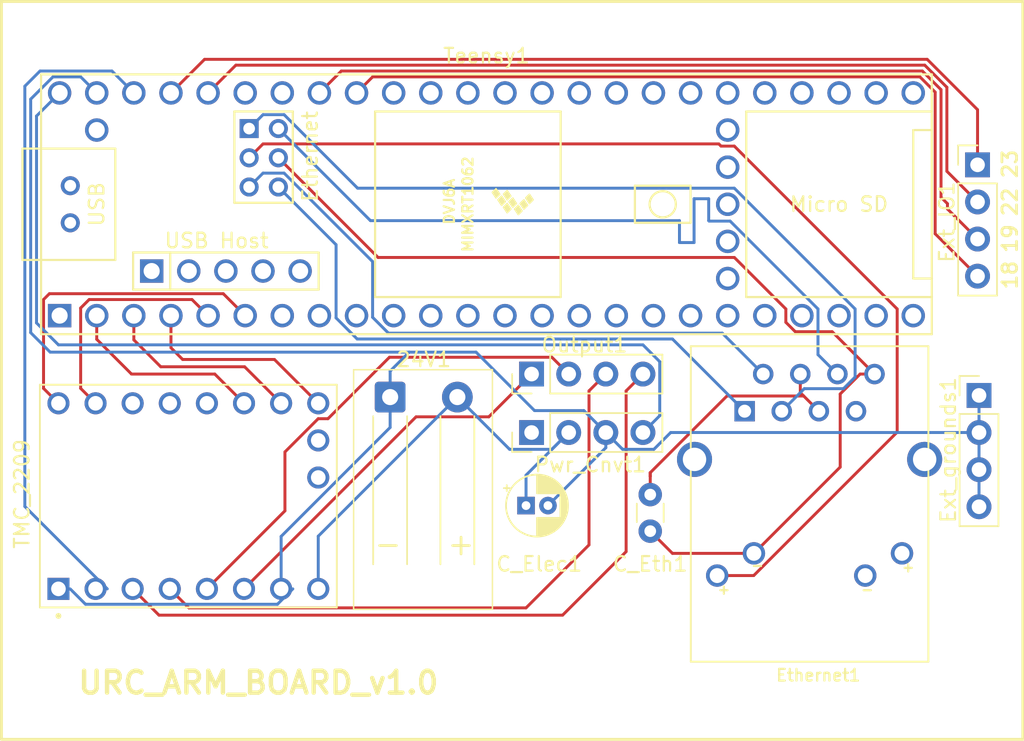
<source format=kicad_pcb>
(kicad_pcb (version 20240108) (generator "pcbnew") (generator_version "8.0")
  (title_block (title "Arm_Board_PCB") (date "2024-04-28") (company "RoboNav"))
  (layers (0 "F.Cu" signal) (31 "B.Cu" power) (34 "B.Paste" user) (35 "F.Paste" user) (36 "B.SilkS" user "B.Silkscreen") (37 "F.SilkS" user "F.Silkscreen") (38 "B.Mask" user) (39 "F.Mask" user) (44 "Edge.Cuts" user))
  (net 0 "")
  (net 1 "Net-(Ethernet1-CTR)")
  (net 2 "Net-(Ethernet1-GND)")
  (net 4 "Net-(Ethernet1-RD-)")
  (net 6 "Net-(Ethernet1-RD+)")
  (net 7 "Net-(Ethernet1-TD+)")
  (net 8 "Net-(Ethernet1-LA)")
  (net 11 "Net-(Ethernet1-TD-)")
  (net 13 "Net-(Pwr_Cnvt1-Vout)")
  (net 30 "Net-(TMC_2209-STEP)")
  (net 45 "Net-(TMC_2209-MS2)")
  (net 47 "Net-(TMC_2209-~{EN})")
  (net 50 "Net-(TMC_2209-MS1)")
  (net 55 "Net-(TMC_2209-DIR)")
  (net 57 "Net-(TMC_2209-VIO)")
  (net 74 "Net-(24V1-Pin_2)")
  (net 75 "Net-(24V1-Pin_1)")
  (net 76 "Net-(Ext_IO1-Pin_1)")
  (net 77 "Net-(Ext_IO1-Pin_3)")
  (net 78 "Net-(Ext_IO1-Pin_2)")
  (net 79 "Net-(Ext_IO1-Pin_4)")
  (net 80 "Net-(Output1-Pin_3)")
  (net 81 "Net-(Output1-Pin_1)")
  (net 82 "Net-(Output1-Pin_4)")
  (net 83 "Net-(Output1-Pin_2)")
  (footprint "Connector_Wire:SolderWire-0.5sqmm_1x02_P4.6mm_D0.9mm_OD2.1mm_Relief" (layer "F.Cu") (at 98.7 94.075)
    (property "Reference" "24V1" (at 2.3 -2.575 0) (layer "F.SilkS"))
    (property "Value" "24V" (hide yes))
    (fp_line (start -1.16 1.31) (end -1.16 11.44) (stroke (width 0.12)) (layer "F.SilkS"))
    (fp_line (start 1.16 1.31) (end 1.16 11.44) (stroke (width 0.12)) (layer "F.SilkS"))
    (fp_line (start 3.44 1.31) (end 3.44 11.44) (stroke (width 0.12)) (layer "F.SilkS"))
    (fp_line (start 5.76 1.31) (end 5.76 11.44) (stroke (width 0.12)) (layer "F.SilkS"))
    (pad "" np_thru_hole circle (at 0 12.6) (size 2 2) (drill 2) (layers "F&B.Cu" "*.Mask"))
    (pad "" np_thru_hole circle (at 4.6 12.6) (size 2 2) (drill 2) (layers "F&B.Cu" "*.Mask"))
    (pad "1" thru_hole roundrect (at 0 0) (size 2.1 2.1) (drill 1.1) (layers "*.Cu" "*.Mask") (roundrect_rratio 0.1190480952) (net 75 "Net-(24V1-Pin_1)"))
    (pad "2" thru_hole circle (at 4.6 0) (size 2.1 2.1) (drill 1.1) (layers "*.Cu" "*.Mask") (net 74 "Net-(24V1-Pin_2)"))
  )
  (footprint "" (layer "F.Cu") (at 138.5 69)
    (property "Reference" "" (at 0 0 0) (layer "F.SilkS") (effects (font (size 1.27 1.27))))
    (property "Value" "")
    (pad "" np_thru_hole circle (at 0 0) (size 2.2 2.2) (drill 2.2) (layers "F&B.Cu" "*.Mask"))
  )
  (footprint "Capacitor_THT:CP_Radial_D4.0mm_P1.50mm" (layer "F.Cu") (at 108 101.5)
    (property "Reference" "C_Elec1" (at 0.9 4 0) (layer "F.SilkS"))
    (property "Value" "C_Large")
    (fp_line (start -1.519801 -1.195) (end -1.119801 -1.195) (stroke (width 0.12)) (layer "F.SilkS"))
    (fp_line (start -1.319801 -1.395) (end -1.319801 -0.995) (stroke (width 0.12)) (layer "F.SilkS"))
    (fp_line (start 0.75 -2.08) (end 0.75 -0.84) (stroke (width 0.12)) (layer "F.SilkS"))
    (fp_line (start 0.75 0.84) (end 0.75 2.08) (stroke (width 0.12)) (layer "F.SilkS"))
    (fp_line (start 0.79 -2.08) (end 0.79 -0.84) (stroke (width 0.12)) (layer "F.SilkS"))
    (fp_line (start 0.79 0.84) (end 0.79 2.08) (stroke (width 0.12)) (layer "F.SilkS"))
    (fp_line (start 0.83 -2.079) (end 0.83 -0.84) (stroke (width 0.12)) (layer "F.SilkS"))
    (fp_line (start 0.83 0.84) (end 0.83 2.079) (stroke (width 0.12)) (layer "F.SilkS"))
    (fp_line (start 0.87 -2.077) (end 0.87 -0.84) (stroke (width 0.12)) (layer "F.SilkS"))
    (fp_line (start 0.87 0.84) (end 0.87 2.077) (stroke (width 0.12)) (layer "F.SilkS"))
    (fp_line (start 0.91 -2.074) (end 0.91 -0.84) (stroke (width 0.12)) (layer "F.SilkS"))
    (fp_line (start 0.91 0.84) (end 0.91 2.074) (stroke (width 0.12)) (layer "F.SilkS"))
    (fp_line (start 0.95 -2.071) (end 0.95 -0.84) (stroke (width 0.12)) (layer "F.SilkS"))
    (fp_line (start 0.95 0.84) (end 0.95 2.071) (stroke (width 0.12)) (layer "F.SilkS"))
    (fp_line (start 0.99 -2.067) (end 0.99 -0.84) (stroke (width 0.12)) (layer "F.SilkS"))
    (fp_line (start 0.99 0.84) (end 0.99 2.067) (stroke (width 0.12)) (layer "F.SilkS"))
    (fp_line (start 1.03 -2.062) (end 1.03 -0.84) (stroke (width 0.12)) (layer "F.SilkS"))
    (fp_line (start 1.03 0.84) (end 1.03 2.062) (stroke (width 0.12)) (layer "F.SilkS"))
    (fp_line (start 1.07 -2.056) (end 1.07 -0.84) (stroke (width 0.12)) (layer "F.SilkS"))
    (fp_line (start 1.07 0.84) (end 1.07 2.056) (stroke (width 0.12)) (layer "F.SilkS"))
    (fp_line (start 1.11 -2.05) (end 1.11 -0.84) (stroke (width 0.12)) (layer "F.SilkS"))
    (fp_line (start 1.11 0.84) (end 1.11 2.05) (stroke (width 0.12)) (layer "F.SilkS"))
    (fp_line (start 1.15 -2.042) (end 1.15 -0.84) (stroke (width 0.12)) (layer "F.SilkS"))
    (fp_line (start 1.15 0.84) (end 1.15 2.042) (stroke (width 0.12)) (layer "F.SilkS"))
    (fp_line (start 1.19 -2.034) (end 1.19 -0.84) (stroke (width 0.12)) (layer "F.SilkS"))
    (fp_line (start 1.19 0.84) (end 1.19 2.034) (stroke (width 0.12)) (layer "F.SilkS"))
    (fp_line (start 1.23 -2.025) (end 1.23 -0.84) (stroke (width 0.12)) (layer "F.SilkS"))
    (fp_line (start 1.23 0.84) (end 1.23 2.025) (stroke (width 0.12)) (layer "F.SilkS"))
    (fp_line (start 1.27 -2.016) (end 1.27 -0.84) (stroke (width 0.12)) (layer "F.SilkS"))
    (fp_line (start 1.27 0.84) (end 1.27 2.016) (stroke (width 0.12)) (layer "F.SilkS"))
    (fp_line (start 1.31 -2.005) (end 1.31 -0.84) (stroke (width 0.12)) (layer "F.SilkS"))
    (fp_line (start 1.31 0.84) (end 1.31 2.005) (stroke (width 0.12)) (layer "F.SilkS"))
    (fp_line (start 1.35 -1.994) (end 1.35 -0.84) (stroke (width 0.12)) (layer "F.SilkS"))
    (fp_line (start 1.35 0.84) (end 1.35 1.994) (stroke (width 0.12)) (layer "F.SilkS"))
    (fp_line (start 1.39 -1.982) (end 1.39 -0.84) (stroke (width 0.12)) (layer "F.SilkS"))
    (fp_line (start 1.39 0.84) (end 1.39 1.982) (stroke (width 0.12)) (layer "F.SilkS"))
    (fp_line (start 1.43 -1.968) (end 1.43 -0.84) (stroke (width 0.12)) (layer "F.SilkS"))
    (fp_line (start 1.43 0.84) (end 1.43 1.968) (stroke (width 0.12)) (layer "F.SilkS"))
    (fp_line (start 1.471 -1.954) (end 1.471 -0.84) (stroke (width 0.12)) (layer "F.SilkS"))
    (fp_line (start 1.471 0.84) (end 1.471 1.954) (stroke (width 0.12)) (layer "F.SilkS"))
    (fp_line (start 1.511 -1.94) (end 1.511 -0.84) (stroke (width 0.12)) (layer "F.SilkS"))
    (fp_line (start 1.511 0.84) (end 1.511 1.94) (stroke (width 0.12)) (layer "F.SilkS"))
    (fp_line (start 1.551 -1.924) (end 1.551 -0.84) (stroke (width 0.12)) (layer "F.SilkS"))
    (fp_line (start 1.551 0.84) (end 1.551 1.924) (stroke (width 0.12)) (layer "F.SilkS"))
    (fp_line (start 1.591 -1.907) (end 1.591 -0.84) (stroke (width 0.12)) (layer "F.SilkS"))
    (fp_line (start 1.591 0.84) (end 1.591 1.907) (stroke (width 0.12)) (layer "F.SilkS"))
    (fp_line (start 1.631 -1.889) (end 1.631 -0.84) (stroke (width 0.12)) (layer "F.SilkS"))
    (fp_line (start 1.631 0.84) (end 1.631 1.889) (stroke (width 0.12)) (layer "F.SilkS"))
    (fp_line (start 1.671 -1.87) (end 1.671 -0.84) (stroke (width 0.12)) (layer "F.SilkS"))
    (fp_line (start 1.671 0.84) (end 1.671 1.87) (stroke (width 0.12)) (layer "F.SilkS"))
    (fp_line (start 1.711 -1.851) (end 1.711 -0.84) (stroke (width 0.12)) (layer "F.SilkS"))
    (fp_line (start 1.711 0.84) (end 1.711 1.851) (stroke (width 0.12)) (layer "F.SilkS"))
    (fp_line (start 1.751 -1.83) (end 1.751 -0.84) (stroke (width 0.12)) (layer "F.SilkS"))
    (fp_line (start 1.751 0.84) (end 1.751 1.83) (stroke (width 0.12)) (layer "F.SilkS"))
    (fp_line (start 1.791 -1.808) (end 1.791 -0.84) (stroke (width 0.12)) (layer "F.SilkS"))
    (fp_line (start 1.791 0.84) (end 1.791 1.808) (stroke (width 0.12)) (layer "F.SilkS"))
    (fp_line (start 1.831 -1.785) (end 1.831 -0.84) (stroke (width 0.12)) (layer "F.SilkS"))
    (fp_line (start 1.831 0.84) (end 1.831 1.785) (stroke (width 0.12)) (layer "F.SilkS"))
    (fp_line (start 1.871 -1.76) (end 1.871 -0.84) (stroke (width 0.12)) (layer "F.SilkS"))
    (fp_line (start 1.871 0.84) (end 1.871 1.76) (stroke (width 0.12)) (layer "F.SilkS"))
    (fp_line (start 1.911 -1.735) (end 1.911 -0.84) (stroke (width 0.12)) (layer "F.SilkS"))
    (fp_line (start 1.911 0.84) (end 1.911 1.735) (stroke (width 0.12)) (layer "F.SilkS"))
    (fp_line (start 1.951 -1.708) (end 1.951 -0.84) (stroke (width 0.12)) (layer "F.SilkS"))
    (fp_line (start 1.951 0.84) (end 1.951 1.708) (stroke (width 0.12)) (layer "F.SilkS"))
    (fp_line (start 1.991 -1.68) (end 1.991 -0.84) (stroke (width 0.12)) (layer "F.SilkS"))
    (fp_line (start 1.991 0.84) (end 1.991 1.68) (stroke (width 0.12)) (layer "F.SilkS"))
    (fp_line (start 2.031 -1.65) (end 2.031 -0.84) (stroke (width 0.12)) (layer "F.SilkS"))
    (fp_line (start 2.031 0.84) (end 2.031 1.65) (stroke (width 0.12)) (layer "F.SilkS"))
    (fp_line (start 2.071 -1.619) (end 2.071 -0.84) (stroke (width 0.12)) (layer "F.SilkS"))
    (fp_line (start 2.071 0.84) (end 2.071 1.619) (stroke (width 0.12)) (layer "F.SilkS"))
    (fp_line (start 2.111 -1.587) (end 2.111 -0.84) (stroke (width 0.12)) (layer "F.SilkS"))
    (fp_line (start 2.111 0.84) (end 2.111 1.587) (stroke (width 0.12)) (layer "F.SilkS"))
    (fp_line (start 2.151 -1.552) (end 2.151 -0.84) (stroke (width 0.12)) (layer "F.SilkS"))
    (fp_line (start 2.151 0.84) (end 2.151 1.552) (stroke (width 0.12)) (layer "F.SilkS"))
    (fp_line (start 2.191 -1.516) (end 2.191 -0.84) (stroke (width 0.12)) (layer "F.SilkS"))
    (fp_line (start 2.191 0.84) (end 2.191 1.516) (stroke (width 0.12)) (layer "F.SilkS"))
    (fp_line (start 2.231 -1.478) (end 2.231 -0.84) (stroke (width 0.12)) (layer "F.SilkS"))
    (fp_line (start 2.231 0.84) (end 2.231 1.478) (stroke (width 0.12)) (layer "F.SilkS"))
    (fp_line (start 2.271 -1.438) (end 2.271 -0.84) (stroke (width 0.12)) (layer "F.SilkS"))
    (fp_line (start 2.271 0.84) (end 2.271 1.438) (stroke (width 0.12)) (layer "F.SilkS"))
    (fp_line (start 2.311 -1.396) (end 2.311 -0.84) (stroke (width 0.12)) (layer "F.SilkS"))
    (fp_line (start 2.311 0.84) (end 2.311 1.396) (stroke (width 0.12)) (layer "F.SilkS"))
    (fp_line (start 2.351 -1.351) (end 2.351 1.351) (stroke (width 0.12)) (layer "F.SilkS"))
    (fp_line (start 2.391 -1.304) (end 2.391 1.304) (stroke (width 0.12)) (layer "F.SilkS"))
    (fp_line (start 2.431 -1.254) (end 2.431 1.254) (stroke (width 0.12)) (layer "F.SilkS"))
    (fp_line (start 2.471 -1.2) (end 2.471 1.2) (stroke (width 0.12)) (layer "F.SilkS"))
    (fp_line (start 2.511 -1.142) (end 2.511 1.142) (stroke (width 0.12)) (layer "F.SilkS"))
    (fp_line (start 2.551 -1.08) (end 2.551 1.08) (stroke (width 0.12)) (layer "F.SilkS"))
    (fp_line (start 2.591 -1.013) (end 2.591 1.013) (stroke (width 0.12)) (layer "F.SilkS"))
    (fp_line (start 2.631 -0.94) (end 2.631 0.94) (stroke (width 0.12)) (layer "F.SilkS"))
    (fp_line (start 2.671 -0.859) (end 2.671 0.859) (stroke (width 0.12)) (layer "F.SilkS"))
    (fp_line (start 2.711 -0.768) (end 2.711 0.768) (stroke (width 0.12)) (layer "F.SilkS"))
    (fp_line (start 2.751 -0.664) (end 2.751 0.664) (stroke (width 0.12)) (layer "F.SilkS"))
    (fp_line (start 2.791 -0.537) (end 2.791 0.537) (stroke (width 0.12)) (layer "F.SilkS"))
    (fp_line (start 2.831 -0.37) (end 2.831 0.37) (stroke (width 0.12)) (layer "F.SilkS"))
    (fp_circle (center 0.75 0) (end 2.87 0) (stroke (width 0.12)) (fill none) (layer "F.SilkS"))
    (pad "1" thru_hole rect (at 0 0) (size 1.2 1.2) (drill 0.6) (layers "*.Cu" "*.Mask") (net 74 "Net-(24V1-Pin_2)"))
    (pad "2" thru_hole circle (at 1.5 0) (size 1.2 1.2) (drill 0.6) (layers "*.Cu" "*.Mask") (net 75 "Net-(24V1-Pin_1)"))
  )
  (footprint "Capacitor_THT:C_Disc_D3.0mm_W1.6mm_P2.50mm" (layer "F.Cu") (at 116.5 100.75 -90)
    (property "Reference" "C_Eth1" (at 4.75 0 180) (layer "F.SilkS"))
    (property "Value" "C_Small")
    (fp_line (start 0.621 0.92) (end 1.879 0.92) (stroke (width 0.12)) (layer "F.SilkS"))
    (fp_line (start 0.621 -0.92) (end 1.879 -0.92) (stroke (width 0.12)) (layer "F.SilkS"))
    (pad "1" thru_hole circle (at 0 0 270) (size 1.6 1.6) (drill 0.8) (layers "*.Cu" "*.Mask") (net 1 "Net-(Ethernet1-CTR)"))
    (pad "2" thru_hole circle (at 2.5 0 270) (size 1.6 1.6) (drill 0.8) (layers "*.Cu" "*.Mask") (net 2 "Net-(Ethernet1-GND)"))
  )
  (footprint "Connector_PinHeader_2.54mm:PinHeader_1x04_P2.54mm_Vertical" (layer "F.Cu") (at 108.38 96.5 90)
    (property "Reference" "Pwr_Cnvt1" (at -2.2 4.02 180) (layer "F.SilkS"))
    (property "Value" "PololuD24V5F5")
    (fp_line (start -1.33 -1.33) (end 0 -1.33) (stroke (width 0.12)) (layer "F.SilkS"))
    (fp_line (start -1.33 0) (end -1.33 -1.33) (stroke (width 0.12)) (layer "F.SilkS"))
    (fp_line (start 1.33 1.27) (end 1.33 8.95) (stroke (width 0.12)) (layer "F.SilkS"))
    (fp_line (start -1.33 1.27) (end 1.33 1.27) (stroke (width 0.12)) (layer "F.SilkS"))
    (fp_line (start -1.33 1.27) (end -1.33 8.95) (stroke (width 0.12)) (layer "F.SilkS"))
    (fp_line (start -1.33 8.95) (end 1.33 8.95) (stroke (width 0.12)) (layer "F.SilkS"))
    (pad "1" thru_hole rect (at 0 0 90) (size 1.7 1.7) (drill 1) (layers "*.Cu" "*.Mask"))
    (pad "2" thru_hole oval (at 0 2.54 90) (size 1.7 1.7) (drill 1) (layers "*.Cu" "*.Mask") (net 74 "Net-(24V1-Pin_2)"))
    (pad "3" thru_hole oval (at 0 5.08 90) (size 1.7 1.7) (drill 1) (layers "*.Cu" "*.Mask") (net 75 "Net-(24V1-Pin_1)"))
    (pad "4" thru_hole oval (at 0 7.62 90) (size 1.7 1.7) (drill 1) (layers "*.Cu" "*.Mask") (net 13 "Net-(Pwr_Cnvt1-Vout)"))
  )
  (footprint "" (layer "F.Cu") (at 74.5 114)
    (property "Reference" "" (at 0 0 0) (layer "F.SilkS") (effects (font (size 1.27 1.27))))
    (property "Value" "")
    (pad "" np_thru_hole circle (at 0 0) (size 2.2 2.2) (drill 2.2) (layers "F&B.Cu" "*.Mask"))
  )
  (footprint "Connector_PinHeader_2.54mm:PinHeader_1x04_P2.54mm_Vertical" (layer "F.Cu") (at 108.38 92.5 90)
    (property "Reference" "Output1" (at 2 3.62 180) (layer "F.SilkS"))
    (property "Value" "Output" (hide yes))
    (fp_line (start -1.33 -1.33) (end 0 -1.33) (stroke (width 0.12)) (layer "F.SilkS"))
    (fp_line (start -1.33 0) (end -1.33 -1.33) (stroke (width 0.12)) (layer "F.SilkS"))
    (fp_line (start 1.33 1.27) (end 1.33 8.95) (stroke (width 0.12)) (layer "F.SilkS"))
    (fp_line (start -1.33 1.27) (end 1.33 1.27) (stroke (width 0.12)) (layer "F.SilkS"))
    (fp_line (start -1.33 1.27) (end -1.33 8.95) (stroke (width 0.12)) (layer "F.SilkS"))
    (fp_line (start -1.33 8.95) (end 1.33 8.95) (stroke (width 0.12)) (layer "F.SilkS"))
    (pad "1" thru_hole rect (at 0 0 90) (size 1.7 1.7) (drill 1) (layers "*.Cu" "*.Mask") (net 81 "Net-(Output1-Pin_1)"))
    (pad "2" thru_hole oval (at 0 2.54 90) (size 1.7 1.7) (drill 1) (layers "*.Cu" "*.Mask") (net 83 "Net-(Output1-Pin_2)"))
    (pad "3" thru_hole oval (at 0 5.08 90) (size 1.7 1.7) (drill 1) (layers "*.Cu" "*.Mask") (net 80 "Net-(Output1-Pin_3)"))
    (pad "4" thru_hole oval (at 0 7.62 90) (size 1.7 1.7) (drill 1) (layers "*.Cu" "*.Mask") (net 82 "Net-(Output1-Pin_4)"))
  )
  (footprint "Teensy:Teensy41" (layer "F.Cu") (at 105.29 80.88)
    (property "Reference" "Teensy1" (at 0 -10.16 0) (layer "F.SilkS"))
    (property "Value" "Teensy4.1")
    (fp_line (start -31.75 -3.81) (end -30.48 -3.81) (stroke (width 0.15)) (layer "F.SilkS"))
    (fp_line (start -31.75 3.81) (end -31.75 -3.81) (stroke (width 0.15)) (layer "F.SilkS"))
    (fp_line (start -30.48 -8.89) (end 30.48 -8.89) (stroke (width 0.15)) (layer "F.SilkS"))
    (fp_line (start -30.48 3.81) (end -31.75 3.81) (stroke (width 0.15)) (layer "F.SilkS"))
    (fp_line (start -30.48 8.89) (end -30.48 -8.89) (stroke (width 0.15)) (layer "F.SilkS"))
    (fp_line (start -25.4 -3.81) (end -30.48 -3.81) (stroke (width 0.15)) (layer "F.SilkS"))
    (fp_line (start -25.4 3.81) (end -30.48 3.81) (stroke (width 0.15)) (layer "F.SilkS"))
    (fp_line (start -25.4 3.81) (end -25.4 -3.81) (stroke (width 0.15)) (layer "F.SilkS"))
    (fp_line (start -24.1808 3.2992) (end -21.6408 3.2992) (stroke (width 0.15)) (layer "F.SilkS"))
    (fp_line (start -24.1808 3.2992) (end -11.4808 3.2992) (stroke (width 0.15)) (layer "F.SilkS"))
    (fp_line (start -24.1808 5.8392) (end -24.1808 3.2992) (stroke (width 0.15)) (layer "F.SilkS"))
    (fp_line (start -21.6408 3.2992) (end -21.6408 5.8392) (stroke (width 0.15)) (layer "F.SilkS"))
    (fp_line (start -17.25 -6.3516) (end -17.25 -6.1016) (stroke (width 0.15)) (layer "F.SilkS"))
    (fp_line (start -17.25 -6.1016) (end -17.25 -0.1016) (stroke (width 0.15)) (layer "F.SilkS"))
    (fp_line (start -17.25 -0.1016) (end -13.25 -0.1016) (stroke (width 0.15)) (layer "F.SilkS"))
    (fp_line (start -13.25 -6.3516) (end -17.25 -6.3516) (stroke (width 0.15)) (layer "F.SilkS"))
    (fp_line (start -13.25 -0.1016) (end -13.25 -6.3516) (stroke (width 0.15)) (layer "F.SilkS"))
    (fp_line (start -11.4808 3.2992) (end -11.4808 5.8392) (stroke (width 0.15)) (layer "F.SilkS"))
    (fp_line (start -11.4808 5.8392) (end -24.1808 5.8392) (stroke (width 0.15)) (layer "F.SilkS"))
    (fp_line (start -7.62 -6.35) (end -7.62 6.35) (stroke (width 0.15)) (layer "F.SilkS"))
    (fp_line (start -7.62 6.35) (end 5.08 6.35) (stroke (width 0.15)) (layer "F.SilkS"))
    (fp_line (start 5.08 -6.35) (end -7.62 -6.35) (stroke (width 0.15)) (layer "F.SilkS"))
    (fp_line (start 5.08 6.35) (end 5.08 -6.35) (stroke (width 0.15)) (layer "F.SilkS"))
    (fp_line (start 10.16 -1.27) (end 13.97 -1.27) (stroke (width 0.15)) (layer "F.SilkS"))
    (fp_line (start 10.16 1.27) (end 10.16 -1.27) (stroke (width 0.15)) (layer "F.SilkS"))
    (fp_line (start 13.97 -1.27) (end 13.97 1.27) (stroke (width 0.15)) (layer "F.SilkS"))
    (fp_line (start 13.97 1.27) (end 10.16 1.27) (stroke (width 0.15)) (layer "F.SilkS"))
    (fp_line (start 17.78 -6.35) (end 17.78 6.35) (stroke (width 0.15)) (layer "F.SilkS"))
    (fp_line (start 17.78 6.35) (end 30.48 6.35) (stroke (width 0.15)) (layer "F.SilkS"))
    (fp_line (start 29.21 -5.08) (end 29.21 5.08) (stroke (width 0.15)) (layer "F.SilkS"))
    (fp_line (start 29.21 5.08) (end 30.48 5.08) (stroke (width 0.15)) (layer "F.SilkS"))
    (fp_line (start 30.48 -8.89) (end 30.48 8.89) (stroke (width 0.15)) (layer "F.SilkS"))
    (fp_line (start 30.48 -6.35) (end 17.78 -6.35) (stroke (width 0.15)) (layer "F.SilkS"))
    (fp_line (start 30.48 -5.08) (end 29.21 -5.08) (stroke (width 0.15)) (layer "F.SilkS"))
    (fp_line (start 30.48 8.89) (end -30.48 8.89) (stroke (width 0.15)) (layer "F.SilkS"))
    (fp_circle (center 12.065 0) (end 12.7 -0.635) (stroke (width 0.15)) (fill none) (layer "F.SilkS"))
    (fp_poly (pts (xy 0.911 -0.688) (xy 0.657 -0.434) (xy 0.403 -0.815) (xy 0.657 -1.069)) (stroke (width 0.1)) (fill solid) (layer "F.SilkS"))
    (fp_poly (pts (xy 1.292 -0.18) (xy 1.038 0.074) (xy 0.784 -0.307) (xy 1.038 -0.561)) (stroke (width 0.1)) (fill solid) (layer "F.SilkS"))
    (fp_poly (pts (xy 1.673 -0.561) (xy 1.419 -0.307) (xy 1.165 -0.688) (xy 1.419 -0.942)) (stroke (width 0.1)) (fill solid) (layer "F.SilkS"))
    (fp_poly (pts (xy 1.673 0.328) (xy 1.419 0.582) (xy 1.165 0.201) (xy 1.419 -0.053)) (stroke (width 0.1)) (fill solid) (layer "F.SilkS"))
    (fp_poly (pts (xy 2.054 -0.053) (xy 1.8 0.201) (xy 1.546 -0.18) (xy 1.8 -0.434)) (stroke (width 0.1)) (fill solid) (layer "F.SilkS"))
    (fp_poly (pts (xy 2.435 0.455) (xy 2.181 0.709) (xy 1.927 0.328) (xy 2.181 0.074)) (stroke (width 0.1)) (fill solid) (layer "F.SilkS"))
    (fp_poly (pts (xy 2.816 0.074) (xy 2.562 0.328) (xy 2.308 -0.053) (xy 2.562 -0.307)) (stroke (width 0.1)) (fill solid) (layer "F.SilkS"))
    (fp_poly (pts (xy 3.197 -0.307) (xy 2.943 -0.053) (xy 2.689 -0.434) (xy 2.943 -0.688)) (stroke (width 0.1)) (fill solid) (layer "F.SilkS"))
    (fp_text user "Ethernet" (at -12.065 -3.2766 90) (layer "F.SilkS"))
    (fp_text user "Micro SD" (at 24.13 0 0) (layer "F.SilkS"))
    (fp_text user "MIMXRT1062" (at -1.27 0 -90) (layer "F.SilkS") (effects (font (size 0.7 0.7))))
    (fp_text user "DVJ6A" (at -2.54 -0.18 -90) (layer "F.SilkS") (effects (font (size 0.7 0.7))))
    (fp_text user "USB" (at -26.67 0 -90) (layer "F.SilkS"))
    (fp_text user "USB Host" (at -18.4658 2.4892 0) (layer "F.SilkS"))
    (pad "1" thru_hole rect (at -29.21 7.62) (size 1.6 1.6) (drill 1.1) (layers "*.Cu" "*.Mask"))
    (pad "2" thru_hole circle (at -26.67 7.62) (size 1.6 1.6) (drill 1.1) (layers "*.Cu" "*.Mask") (net 45 "Net-(TMC_2209-MS2)"))
    (pad "3" thru_hole circle (at -24.13 7.62) (size 1.6 1.6) (drill 1.1) (layers "*.Cu" "*.Mask") (net 50 "Net-(TMC_2209-MS1)"))
    (pad "4" thru_hole circle (at -21.59 7.62) (size 1.6 1.6) (drill 1.1) (layers "*.Cu" "*.Mask") (net 47 "Net-(TMC_2209-~{EN})"))
    (pad "5" thru_hole circle (at -19.05 7.62) (size 1.6 1.6) (drill 1.1) (layers "*.Cu" "*.Mask") (net 30 "Net-(TMC_2209-STEP)"))
    (pad "6" thru_hole circle (at -16.51 7.62) (size 1.6 1.6) (drill 1.1) (layers "*.Cu" "*.Mask") (net 55 "Net-(TMC_2209-DIR)"))
    (pad "7" thru_hole circle (at -13.97 7.62) (size 1.6 1.6) (drill 1.1) (layers "*.Cu" "*.Mask"))
    (pad "8" thru_hole circle (at -11.43 7.62) (size 1.6 1.6) (drill 1.1) (layers "*.Cu" "*.Mask"))
    (pad "9" thru_hole circle (at -8.89 7.62) (size 1.6 1.6) (drill 1.1) (layers "*.Cu" "*.Mask"))
    (pad "10" thru_hole circle (at -6.35 7.62) (size 1.6 1.6) (drill 1.1) (layers "*.Cu" "*.Mask"))
    (pad "11" thru_hole circle (at -3.81 7.62) (size 1.6 1.6) (drill 1.1) (layers "*.Cu" "*.Mask"))
    (pad "12" thru_hole circle (at -1.27 7.62) (size 1.6 1.6) (drill 1.1) (layers "*.Cu" "*.Mask"))
    (pad "13" thru_hole circle (at 1.27 7.62) (size 1.6 1.6) (drill 1.1) (layers "*.Cu" "*.Mask"))
    (pad "14" thru_hole circle (at 3.81 7.62) (size 1.6 1.6) (drill 1.1) (layers "*.Cu" "*.Mask"))
    (pad "15" thru_hole circle (at 6.35 7.62) (size 1.6 1.6) (drill 1.1) (layers "*.Cu" "*.Mask"))
    (pad "16" thru_hole circle (at 8.89 7.62) (size 1.6 1.6) (drill 1.1) (layers "*.Cu" "*.Mask"))
    (pad "17" thru_hole circle (at 11.43 7.62) (size 1.6 1.6) (drill 1.1) (layers "*.Cu" "*.Mask"))
    (pad "18" thru_hole circle (at 13.97 7.62) (size 1.6 1.6) (drill 1.1) (layers "*.Cu" "*.Mask"))
    (pad "19" thru_hole circle (at 16.51 7.62) (size 1.6 1.6) (drill 1.1) (layers "*.Cu" "*.Mask"))
    (pad "20" thru_hole circle (at 19.05 7.62) (size 1.6 1.6) (drill 1.1) (layers "*.Cu" "*.Mask"))
    (pad "21" thru_hole circle (at 21.59 7.62) (size 1.6 1.6) (drill 1.1) (layers "*.Cu" "*.Mask"))
    (pad "22" thru_hole circle (at 24.13 7.62) (size 1.6 1.6) (drill 1.1) (layers "*.Cu" "*.Mask"))
    (pad "23" thru_hole circle (at 26.67 7.62) (size 1.6 1.6) (drill 1.1) (layers "*.Cu" "*.Mask"))
    (pad "24" thru_hole circle (at 29.21 7.62) (size 1.6 1.6) (drill 1.1) (layers "*.Cu" "*.Mask"))
    (pad "25" thru_hole circle (at 29.21 -7.62) (size 1.6 1.6) (drill 1.1) (layers "*.Cu" "*.Mask"))
    (pad "26" thru_hole circle (at 26.67 -7.62) (size 1.6 1.6) (drill 1.1) (layers "*.Cu" "*.Mask"))
    (pad "27" thru_hole circle (at 24.13 -7.62) (size 1.6 1.6) (drill 1.1) (layers "*.Cu" "*.Mask"))
    (pad "28" thru_hole circle (at 21.59 -7.62) (size 1.6 1.6) (drill 1.1) (layers "*.Cu" "*.Mask"))
    (pad "29" thru_hole circle (at 19.05 -7.62) (size 1.6 1.6) (drill 1.1) (layers "*.Cu" "*.Mask"))
    (pad "30" thru_hole circle (at 16.51 -7.62) (size 1.6 1.6) (drill 1.1) (layers "*.Cu" "*.Mask"))
    (pad "31" thru_hole circle (at 13.97 -7.62) (size 1.6 1.6) (drill 1.1) (layers "*.Cu" "*.Mask"))
    (pad "32" thru_hole circle (at 11.43 -7.62) (size 1.6 1.6) (drill 1.1) (layers "*.Cu" "*.Mask"))
    (pad "33" thru_hole circle (at 8.89 -7.62) (size 1.6 1.6) (drill 1.1) (layers "*.Cu" "*.Mask"))
    (pad "34" thru_hole circle (at 6.35 -7.62) (size 1.6 1.6) (drill 1.1) (layers "*.Cu" "*.Mask"))
    (pad "35" thru_hole circle (at 3.81 -7.62) (size 1.6 1.6) (drill 1.1) (layers "*.Cu" "*.Mask"))
    (pad "36" thru_hole circle (at 1.27 -7.62) (size 1.6 1.6) (drill 1.1) (layers "*.Cu" "*.Mask"))
    (pad "37" thru_hole circle (at -1.27 -7.62) (size 1.6 1.6) (drill 1.1) (layers "*.Cu" "*.Mask"))
    (pad "38" thru_hole circle (at -3.81 -7.62) (size 1.6 1.6) (drill 1.1) (layers "*.Cu" "*.Mask"))
    (pad "39" thru_hole circle (at -6.35 -7.62) (size 1.6 1.6) (drill 1.1) (layers "*.Cu" "*.Mask"))
    (pad "40" thru_hole circle (at -8.89 -7.62) (size 1.6 1.6) (drill 1.1) (layers "*.Cu" "*.Mask") (net 79 "Net-(Ext_IO1-Pin_4)"))
    (pad "41" thru_hole circle (at -11.43 -7.62) (size 1.6 1.6) (drill 1.1) (layers "*.Cu" "*.Mask") (net 77 "Net-(Ext_IO1-Pin_3)"))
    (pad "42" thru_hole circle (at -13.97 -7.62) (size 1.6 1.6) (drill 1.1) (layers "*.Cu" "*.Mask"))
    (pad "43" thru_hole circle (at -16.51 -7.62) (size 1.6 1.6) (drill 1.1) (layers "*.Cu" "*.Mask"))
    (pad "44" thru_hole circle (at -19.05 -7.62) (size 1.6 1.6) (drill 1.1) (layers "*.Cu" "*.Mask") (net 78 "Net-(Ext_IO1-Pin_2)"))
    (pad "45" thru_hole circle (at -21.59 -7.62) (size 1.6 1.6) (drill 1.1) (layers "*.Cu" "*.Mask") (net 76 "Net-(Ext_IO1-Pin_1)"))
    (pad "46" thru_hole circle (at -24.13 -7.62) (size 1.6 1.6) (drill 1.1) (layers "*.Cu" "*.Mask") (net 57 "Net-(TMC_2209-VIO)"))
    (pad "47" thru_hole circle (at -26.67 -7.62) (size 1.6 1.6) (drill 1.1) (layers "*.Cu" "*.Mask") (net 75 "Net-(24V1-Pin_1)"))
    (pad "48" thru_hole circle (at -29.21 -7.62) (size 1.6 1.6) (drill 1.1) (layers "*.Cu" "*.Mask") (net 13 "Net-(Pwr_Cnvt1-Vout)"))
    (pad "49" thru_hole circle (at -26.67 -5.08) (size 1.6 1.6) (drill 1.1) (layers "*.Cu" "*.Mask"))
    (pad "50" thru_hole circle (at 16.51 5.08) (size 1.6 1.6) (drill 1.1) (layers "*.Cu" "*.Mask"))
    (pad "51" thru_hole circle (at 16.51 2.54) (size 1.6 1.6) (drill 1.1) (layers "*.Cu" "*.Mask"))
    (pad "52" thru_hole circle (at 16.51 0) (size 1.6 1.6) (drill 1.1) (layers "*.Cu" "*.Mask"))
    (pad "53" thru_hole circle (at 16.51 -2.54) (size 1.6 1.6) (drill 1.1) (layers "*.Cu" "*.Mask"))
    (pad "54" thru_hole circle (at 16.51 -5.08) (size 1.6 1.6) (drill 1.1) (layers "*.Cu" "*.Mask"))
    (pad "55" thru_hole rect (at -22.9108 4.5692) (size 1.6 1.6) (drill 1.1) (layers "*.Cu" "*.Mask"))
    (pad "56" thru_hole circle (at -20.3708 4.5692) (size 1.6 1.6) (drill 1.1) (layers "*.Cu" "*.Mask"))
    (pad "57" thru_hole circle (at -17.8308 4.5692) (size 1.6 1.6) (drill 1.1) (layers "*.Cu" "*.Mask"))
    (pad "58" thru_hole circle (at -15.2908 4.5692) (size 1.6 1.6) (drill 1.1) (layers "*.Cu" "*.Mask"))
    (pad "59" thru_hole circle (at -12.7508 4.5692) (size 1.6 1.6) (drill 1.1) (layers "*.Cu" "*.Mask"))
    (pad "60" thru_hole rect (at -16.24 -5.1816) (size 1.3 1.3) (drill 0.8) (layers "*.Cu" "*.Mask") (net 6 "Net-(Ethernet1-RD+)"))
    (pad "61" thru_hole circle (at -16.24 -3.1816) (size 1.3 1.3) (drill 0.8) (layers "*.Cu" "*.Mask") (net 8 "Net-(Ethernet1-LA)"))
    (pad "62" thru_hole circle (at -16.24 -1.1816) (size 1.3 1.3) (drill 0.8) (layers "*.Cu" "*.Mask") (net 11 "Net-(Ethernet1-TD-)"))
    (pad "63" thru_hole circle (at -14.24 -1.1816) (size 1.3 1.3) (drill 0.8) (layers "*.Cu" "*.Mask") (net 7 "Net-(Ethernet1-TD+)"))
    (pad "64" thru_hole circle (at -14.24 -3.1816) (size 1.3 1.3) (drill 0.8) (layers "*.Cu" "*.Mask") (net 2 "Net-(Ethernet1-GND)"))
    (pad "65" thru_hole circle (at -14.24 -5.1816) (size 1.3 1.3) (drill 0.8) (layers "*.Cu" "*.Mask") (net 4 "Net-(Ethernet1-RD-)"))
    (pad "66" thru_hole circle (at -28.48 -1.27) (size 1.3 1.3) (drill 0.8) (layers "*.Cu" "*.Mask"))
    (pad "67" thru_hole circle (at -28.48 1.27) (size 1.3 1.3) (drill 0.8) (layers "*.Cu" "*.Mask"))
  )
  (footprint "Connector_PinHeader_2.54mm:PinHeader_1x04_P2.54mm_Vertical" (layer "F.Cu") (at 138.9 78.18)
    (property "Reference" "Ext_IO1" (at -2.1 3.92 90) (layer "F.SilkS"))
    (property "Value" "Output")
    (fp_line (start -1.33 -1.33) (end 0 -1.33) (stroke (width 0.12)) (layer "F.SilkS"))
    (fp_line (start -1.33 0) (end -1.33 -1.33) (stroke (width 0.12)) (layer "F.SilkS"))
    (fp_line (start -1.33 1.27) (end -1.33 8.95) (stroke (width 0.12)) (layer "F.SilkS"))
    (fp_line (start -1.33 1.27) (end 1.33 1.27) (stroke (width 0.12)) (layer "F.SilkS"))
    (fp_line (start -1.33 8.95) (end 1.33 8.95) (stroke (width 0.12)) (layer "F.SilkS"))
    (fp_line (start 1.33 1.27) (end 1.33 8.95) (stroke (width 0.12)) (layer "F.SilkS"))
    (pad "1" thru_hole rect (at 0 0) (size 1.7 1.7) (drill 1) (layers "*.Cu" "*.Mask") (net 76 "Net-(Ext_IO1-Pin_1)"))
    (pad "2" thru_hole oval (at 0 2.54) (size 1.7 1.7) (drill 1) (layers "*.Cu" "*.Mask") (net 78 "Net-(Ext_IO1-Pin_2)"))
    (pad "3" thru_hole oval (at 0 5.08) (size 1.7 1.7) (drill 1) (layers "*.Cu" "*.Mask") (net 77 "Net-(Ext_IO1-Pin_3)"))
    (pad "4" thru_hole oval (at 0 7.62) (size 1.7 1.7) (drill 1) (layers "*.Cu" "*.Mask") (net 79 "Net-(Ext_IO1-Pin_4)"))
  )
  (footprint "Connector_PinHeader_2.54mm:PinHeader_1x04_P2.54mm_Vertical" (layer "F.Cu") (at 139 93.96)
    (property "Reference" "Ext_grounds1" (at -2.1 3.74 90) (layer "F.SilkS"))
    (property "Value" "Output")
    (fp_line (start -1.33 -1.33) (end 0 -1.33) (stroke (width 0.12)) (layer "F.SilkS"))
    (fp_line (start -1.33 0) (end -1.33 -1.33) (stroke (width 0.12)) (layer "F.SilkS"))
    (fp_line (start -1.33 1.27) (end -1.33 8.95) (stroke (width 0.12)) (layer "F.SilkS"))
    (fp_line (start -1.33 1.27) (end 1.33 1.27) (stroke (width 0.12)) (layer "F.SilkS"))
    (fp_line (start -1.33 8.95) (end 1.33 8.95) (stroke (width 0.12)) (layer "F.SilkS"))
    (fp_line (start 1.33 1.27) (end 1.33 8.95) (stroke (width 0.12)) (layer "F.SilkS"))
    (pad "1" thru_hole rect (at 0 0) (size 1.7 1.7) (drill 1) (layers "*.Cu" "*.Mask") (net 75 "Net-(24V1-Pin_1)"))
    (pad "2" thru_hole oval (at 0 2.54) (size 1.7 1.7) (drill 1) (layers "*.Cu" "*.Mask") (net 75 "Net-(24V1-Pin_1)"))
    (pad "3" thru_hole oval (at 0 5.08) (size 1.7 1.7) (drill 1) (layers "*.Cu" "*.Mask") (net 75 "Net-(24V1-Pin_1)"))
    (pad "4" thru_hole oval (at 0 7.62) (size 1.7 1.7) (drill 1) (layers "*.Cu" "*.Mask") (net 75 "Net-(24V1-Pin_1)"))
  )
  (footprint "Bigtreetech_TMC2209:MODULE_TMC2209_SILENTSTEPSTICK" (layer "F.Cu") (at 84.89 100.85 90)
    (property "Reference" "TMC_2209" (at 0.15 -11.39 -90) (layer "F.SilkS"))
    (property "Value" "TMC2209_SILENTSTEPSTICK")
    (fp_line (start 7.62 -10.16) (end 7.62 10.16) (stroke (width 0.127)) (layer "F.SilkS"))
    (fp_line (start -7.62 -10.16) (end 7.62 -10.16) (stroke (width 0.127)) (layer "F.SilkS"))
    (fp_line (start 7.62 10.16) (end -7.62 10.16) (stroke (width 0.127)) (layer "F.SilkS"))
    (fp_line (start -7.62 10.16) (end -7.62 -10.16) (stroke (width 0.127)) (layer "F.SilkS"))
    (fp_circle (center -8.2 -8.89) (end -8.1 -8.89) (stroke (width 0.2)) (fill none) (layer "F.SilkS"))
    (pad "1" thru_hole rect (at -6.35 -8.89 90) (size 1.508 1.508) (drill 1) (layers "*.Cu" "*.Mask") (net 75 "Net-(24V1-Pin_1)"))
    (pad "2" thru_hole circle (at -6.35 -6.35 90) (size 1.508 1.508) (drill 1) (layers "*.Cu" "*.Mask") (net 57 "Net-(TMC_2209-VIO)"))
    (pad "3" thru_hole circle (at -6.35 -3.81 90) (size 1.508 1.508) (drill 1) (layers "*.Cu" "*.Mask") (net 82 "Net-(Output1-Pin_4)"))
    (pad "4" thru_hole circle (at -6.35 -1.27 90) (size 1.508 1.508) (drill 1) (layers "*.Cu" "*.Mask") (net 80 "Net-(Output1-Pin_3)"))
    (pad "5" thru_hole circle (at -6.35 1.27 90) (size 1.508 1.508) (drill 1) (layers "*.Cu" "*.Mask") (net 83 "Net-(Output1-Pin_2)"))
    (pad "6" thru_hole circle (at -6.35 3.81 90) (size 1.508 1.508) (drill 1) (layers "*.Cu" "*.Mask") (net 81 "Net-(Output1-Pin_1)"))
    (pad "7" thru_hole circle (at -6.35 6.35 90) (size 1.508 1.508) (drill 1) (layers "*.Cu" "*.Mask") (net 75 "Net-(24V1-Pin_1)"))
    (pad "8" thru_hole circle (at -6.35 8.89 90) (size 1.508 1.508) (drill 1) (layers "*.Cu" "*.Mask") (net 74 "Net-(24V1-Pin_2)"))
    (pad "9" thru_hole circle (at 6.35 -8.89 90) (size 1.508 1.508) (drill 1) (layers "*.Cu" "*.Mask") (net 55 "Net-(TMC_2209-DIR)"))
    (pad "10" thru_hole circle (at 6.35 -6.35 90) (size 1.508 1.508) (drill 1) (layers "*.Cu" "*.Mask") (net 30 "Net-(TMC_2209-STEP)"))
    (pad "11" thru_hole circle (at 6.35 -3.81 90) (size 1.508 1.508) (drill 1) (layers "*.Cu" "*.Mask"))
    (pad "12" thru_hole circle (at 6.35 -1.27 90) (size 1.508 1.508) (drill 1) (layers "*.Cu" "*.Mask"))
    (pad "13" thru_hole circle (at 6.35 1.27 90) (size 1.508 1.508) (drill 1) (layers "*.Cu" "*.Mask"))
    (pad "14" thru_hole circle (at 6.35 3.81 90) (size 1.508 1.508) (drill 1) (layers "*.Cu" "*.Mask") (net 45 "Net-(TMC_2209-MS2)"))
    (pad "15" thru_hole circle (at 6.35 6.35 90) (size 1.508 1.508) (drill 1) (layers "*.Cu" "*.Mask") (net 50 "Net-(TMC_2209-MS1)"))
    (pad "16" thru_hole circle (at 6.35 8.89 90) (size 1.508 1.508) (drill 1) (layers "*.Cu" "*.Mask") (net 47 "Net-(TMC_2209-~{EN})"))
    (pad "17" thru_hole circle (at 1.27 8.89 90) (size 1.508 1.508) (drill 1) (layers "*.Cu" "*.Mask"))
    (pad "18" thru_hole circle (at 3.81 8.89 90) (size 1.508 1.508) (drill 1) (layers "*.Cu" "*.Mask"))
  )
  (footprint "" (layer "F.Cu") (at 138.5 114)
    (property "Reference" "" (at 0 0 0) (layer "F.SilkS") (effects (font (size 1.27 1.27))))
    (property "Value" "")
    (pad "" np_thru_hole circle (at 0 0) (size 2.2 2.2) (drill 2.2) (layers "F&B.Cu" "*.Mask"))
  )
  (footprint "EthernetConn:PULSE_J00-0045NL" (layer "F.Cu") (at 127.405 101.39 180)
    (property "Reference" "Ethernet1" (at -0.595 -11.723455 180) (layer "F.SilkS") (effects (font (size 0.802764 0.802764))))
    (property "Value" "J00-0045NL")
    (fp_line (start 8.13 10.795) (end -8.13 10.795) (stroke (width 0.127)) (layer "F.SilkS"))
    (fp_line (start 8.13 -10.795) (end 8.13 10.795) (stroke (width 0.127)) (layer "F.SilkS"))
    (fp_line (start -8.13 10.795) (end -8.13 -10.795) (stroke (width 0.127)) (layer "F.SilkS"))
    (fp_line (start -8.13 -10.795) (end 8.13 -10.795) (stroke (width 0.127)) (layer "F.SilkS"))
    (fp_text user "+" (at 5.86475 -5.85437 180) (layer "F.SilkS") (effects (font (size 0.64196 0.64196))))
    (fp_text user "-" (at 3.56861 -4.19928 180) (layer "F.SilkS") (effects (font (size 0.641746 0.641746))))
    (fp_text user "+" (at -6.74931 -4.32748 180) (layer "F.SilkS") (effects (font (size 0.642236 0.642236))))
    (fp_text user "-" (at -3.94667 -5.85638 180) (layer "F.SilkS") (effects (font (size 0.641715 0.641715))))
    (pad "" np_thru_hole circle (at -5.715 0 180) (size 3.2 3.2) (drill 3.2) (layers "*.Cu" "*.Mask"))
    (pad "" np_thru_hole circle (at 5.715 0 180) (size 3.2 3.2) (drill 3.2) (layers "*.Cu" "*.Mask"))
    (pad "1" thru_hole rect (at 4.445 6.35 180) (size 1.398 1.398) (drill 0.89) (layers "*.Cu" "*.Mask") (net 7 "Net-(Ethernet1-TD+)"))
    (pad "2" thru_hole circle (at 3.175 8.89 180) (size 1.398 1.398) (drill 0.89) (layers "*.Cu" "*.Mask") (net 11 "Net-(Ethernet1-TD-)"))
    (pad "3" thru_hole circle (at 1.905 6.35 180) (size 1.398 1.398) (drill 0.89) (layers "*.Cu" "*.Mask") (net 6 "Net-(Ethernet1-RD+)"))
    (pad "4" thru_hole circle (at 0.635 8.89 180) (size 1.398 1.398) (drill 0.89) (layers "*.Cu" "*.Mask") (net 1 "Net-(Ethernet1-CTR)"))
    (pad "5" thru_hole circle (at -0.635 6.35 180) (size 1.398 1.398) (drill 0.89) (layers "*.Cu" "*.Mask") (net 1 "Net-(Ethernet1-CTR)"))
    (pad "6" thru_hole circle (at -1.905 8.89 180) (size 1.398 1.398) (drill 0.89) (layers "*.Cu" "*.Mask") (net 4 "Net-(Ethernet1-RD-)"))
    (pad "7" thru_hole circle (at -3.175 6.35 180) (size 1.398 1.398) (drill 0.89) (layers "*.Cu" "*.Mask"))
    (pad "8" thru_hole circle (at -4.445 8.89 180) (size 1.398 1.398) (drill 0.89) (layers "*.Cu" "*.Mask") (net 2 "Net-(Ethernet1-GND)"))
    (pad "9" thru_hole circle (at 6.325 -4.9 180) (size 1.53 1.53) (drill 1.02) (layers "*.Cu" "*.Mask") (net 8 "Net-(Ethernet1-LA)"))
    (pad "10" thru_hole circle (at 3.81 -3.38 180) (size 1.53 1.53) (drill 1.02) (layers "*.Cu" "*.Mask") (net 2 "Net-(Ethernet1-GND)"))
    (pad "11" thru_hole circle (at -3.81 -4.9 180) (size 1.53 1.53) (drill 1.02) (layers "*.Cu" "*.Mask"))
    (pad "12" thru_hole circle (at -6.325 -3.38 180) (size 1.53 1.53) (drill 1.02) (layers "*.Cu" "*.Mask"))
    (pad "S1" thru_hole circle (at -7.875 3.05 180) (size 2.4 2.4) (drill 1.6) (layers "*.Cu" "*.Mask"))
    (pad "S2" thru_hole circle (at 7.875 3.05 180) (size 2.4 2.4) (drill 1.6) (layers "*.Cu" "*.Mask"))
  )
  (footprint "" (layer "F.Cu") (at 74.5 69)
    (property "Reference" "" (at 0 0 0) (layer "F.SilkS") (effects (font (size 1.27 1.27))))
    (property "Value" "")
    (pad "" np_thru_hole circle (at 0 0) (size 2.2 2.2) (drill 2.2) (layers "F&B.Cu" "*.Mask"))
  )
  (gr_rect (start 96.2 92.2) (end 105.7 108.6) (stroke (width 0.1)) (fill none) (layer "F.SilkS"))
  (gr_rect (start 72.1 67) (end 142 117.5) (stroke (width 0.2)) (fill none) (layer "F.SilkS"))
  (gr_text "23" (at 141.7 79.2 90) (layer "F.SilkS") (effects (font (size 1 1) (thickness 0.1875)) (justify left bottom)))
  (gr_text "22" (at 141.7 81.8 90) (layer "F.SilkS") (effects (font (size 1 1) (thickness 0.1875)) (justify left bottom)))
  (gr_text "18" (at 141.7 86.8 90) (layer "F.SilkS") (effects (font (size 1 1) (thickness 0.1875)) (justify left bottom)))
  (gr_text "URC_ARM_BOARD_v1.0\n" (at 77.2 114.5 0) (layer "F.SilkS") (effects (font (size 1.5 1.5) (thickness 0.3) (bold yes)) (justify left bottom)))
  (gr_text "+" (at 102.5 105 0) (layer "F.SilkS") (effects (font (size 1.5 1.5) (thickness 0.1875)) (justify left bottom)))
  (gr_text "-" (at 97.5 105 0) (layer "F.SilkS") (effects (font (size 1.5 1.5) (thickness 0.1875)) (justify left bottom)))
  (gr_text "19" (at 141.7 84.3 90) (layer "F.SilkS") (effects (font (size 1 1) (thickness 0.1875)) (justify left bottom)))
  (segment (start 116.5 99.5) (end 116.5 100.75) (width 0.2) (layer "F.Cu") (net 1))
  (segment (start 116.5 99.5) (end 116.5 99.248679) (width 0.2) (layer "F.Cu") (net 1))
  (segment (start 121.748679 94) (end 127 94) (width 0.2) (layer "F.Cu") (net 1))
  (segment (start 126.77 93.77) (end 127 94) (width 0.2) (layer "F.Cu") (net 1))
  (segment (start 127 94) (end 128.04 95.04) (width 0.2) (layer "F.Cu") (net 1))
  (segment (start 116.5 99.241465) (end 116.5 99.5) (width 0.2) (layer "F.Cu") (net 1))
  (segment (start 116.5 99.248679) (end 121.748679 94) (width 0.2) (layer "F.Cu") (net 1))
  (segment (start 126.77 92.5) (end 126.77 93.77) (width 0.2) (layer "F.Cu") (net 1))
  (segment (start 131.85 92.5) (end 130.861465 92.5) (width 0.2) (layer "F.Cu") (net 2))
  (segment (start 97.8716 84.52) (end 91.05 77.6984) (width 0.2) (layer "F.Cu") (net 2))
  (segment (start 118.02 104.77) (end 116.5 103.25) (width 0.2) (layer "F.Cu") (net 2))
  (segment (start 116.5 103.25) (end 117.072284 103.25) (width 0.2) (layer "F.Cu") (net 2))
  (segment (start 123.595 104.77) (end 118.02 104.77) (width 0.2) (layer "F.Cu") (net 2))
  (segment (start 129.5 98.865) (end 123.595 104.77) (width 0.2) (layer "F.Cu") (net 2))
  (segment (start 125.78 88.044365) (end 122.255635 84.52) (width 0.2) (layer "F.Cu") (net 2))
  (segment (start 129.5 93.861465) (end 129.5 98.865) (width 0.2) (layer "F.Cu") (net 2))
  (segment (start 131.85 92.5) (end 128.95 89.6) (width 0.2) (layer "F.Cu") (net 2))
  (segment (start 130.861465 92.5) (end 129.5 93.861465) (width 0.2) (layer "F.Cu") (net 2))
  (segment (start 125.78 88.955635) (end 125.78 88.044365) (width 0.2) (layer "F.Cu") (net 2))
  (segment (start 128.95 89.6) (end 126.424365 89.6) (width 0.2) (layer "F.Cu") (net 2))
  (segment (start 126.424365 89.6) (end 125.78 88.955635) (width 0.2) (layer "F.Cu") (net 2))
  (segment (start 122.255635 84.52) (end 97.8716 84.52) (width 0.2) (layer "F.Cu") (net 2))
  (segment (start 120.532183 82.032183) (end 120.5 82) (width 0.2) (layer "B.Cu") (net 4))
  (segment (start 129.31 92.5) (end 127.98 91.17) (width 0.2) (layer "B.Cu") (net 4))
  (segment (start 119.5 80.5) (end 119.5 83.5) (width 0.2) (layer "B.Cu") (net 4))
  (segment (start 120.5 80.5) (end 119.5 80.5) (width 0.2) (layer "B.Cu") (net 4))
  (segment (start 97.3516 82) (end 91.05 75.6984) (width 0.2) (layer "B.Cu") (net 4))
  (segment (start 127.98 88.044365) (end 121.967817 82.032183) (width 0.2) (layer "B.Cu") (net 4))
  (segment (start 120.5 82) (end 120.5 80.5) (width 0.2) (layer "B.Cu") (net 4))
  (segment (start 118.5 82) (end 97.3516 82) (width 0.2) (layer "B.Cu") (net 4))
  (segment (start 118.5 83.5) (end 118.5 82) (width 0.2) (layer "B.Cu") (net 4))
  (segment (start 121.967817 82.032183) (end 120.532183 82.032183) (width 0.2) (layer "B.Cu") (net 4))
  (segment (start 119.5 83.5) (end 118.5 83.5) (width 0.2) (layer "B.Cu") (net 4))
  (segment (start 127.98 91.17) (end 127.98 88.044365) (width 0.2) (layer "B.Cu") (net 4))
  (segment (start 129.7238 93.499) (end 130.52 92.7028) (width 0.2) (layer "B.Cu") (net 6))
  (segment (start 125.5 95.04) (end 127.041 93.499) (width 0.2) (layer "B.Cu") (net 6))
  (segment (start 127.041 93.499) (end 129.7238 93.499) (width 0.2) (layer "B.Cu") (net 6))
  (segment (start 130.52 88.044365) (end 122.255635 79.78) (width 0.2) (layer "B.Cu") (net 6))
  (segment (start 130.52 92.7028) (end 130.52 88.044365) (width 0.2) (layer "B.Cu") (net 6))
  (segment (start 122.255635 79.78) (end 96.475103 79.78) (width 0.2) (layer "B.Cu") (net 6))
  (segment (start 90 74.7484) (end 89.05 75.6984) (width 0.2) (layer "B.Cu") (net 6))
  (segment (start 91.443503 74.7484) (end 90 74.7484) (width 0.2) (layer "B.Cu") (net 6))
  (segment (start 96.475103 79.78) (end 91.443503 74.7484) (width 0.2) (layer "B.Cu") (net 6))
  (segment (start 95 83.6484) (end 91.05 79.6984) (width 0.2) (layer "B.Cu") (net 7))
  (segment (start 118.02 90.1) (end 96.444365 90.1) (width 0.2) (layer "B.Cu") (net 7))
  (segment (start 122.96 95.04) (end 118.02 90.1) (width 0.2) (layer "B.Cu") (net 7))
  (segment (start 95 88.655635) (end 95 83.6484) (width 0.2) (layer "B.Cu") (net 7))
  (segment (start 96.444365 90.1) (end 95 88.655635) (width 0.2) (layer "B.Cu") (net 7))
  (segment (start 121.192765 76.7484) (end 90 76.7484) (width 0.2) (layer "F.Cu") (net 8))
  (segment (start 122.255635 76.9) (end 121.344365 76.9) (width 0.2) (layer "F.Cu") (net 8))
  (segment (start 133.4 96.471138) (end 133.4 88.044365) (width 0.2) (layer "F.Cu") (net 8))
  (segment (start 90 76.7484) (end 89.05 77.6984) (width 0.2) (layer "F.Cu") (net 8))
  (segment (start 121.08 106.29) (end 123.581138 106.29) (width 0.2) (layer "F.Cu") (net 8))
  (segment (start 121.344365 76.9) (end 121.192765 76.7484) (width 0.2) (layer "F.Cu") (net 8))
  (segment (start 133.4 88.044365) (end 122.255635 76.9) (width 0.2) (layer "F.Cu") (net 8))
  (segment (start 123.581138 106.29) (end 133.4 96.471138) (width 0.2) (layer "F.Cu") (net 8))
  (segment (start 121.43 89.7) (end 98.584365 89.7) (width 0.2) (layer "B.Cu") (net 11))
  (segment (start 91.443503 78.7484) (end 90 78.7484) (width 0.2) (layer "B.Cu") (net 11))
  (segment (start 89.154035 79.6984) (end 89.05 79.6984) (width 0.2) (layer "B.Cu") (net 11))
  (segment (start 98.584365 89.7) (end 97.5 88.615635) (width 0.2) (layer "B.Cu") (net 11))
  (segment (start 90 78.7484) (end 89.05 79.6984) (width 0.2) (layer "B.Cu") (net 11))
  (segment (start 124.23 92.5) (end 121.43 89.7) (width 0.2) (layer "B.Cu") (net 11))
  (segment (start 97.5 84.804897) (end 91.443503 78.7484) (width 0.2) (layer "B.Cu") (net 11))
  (segment (start 97.5 88.615635) (end 97.5 84.804897) (width 0.2) (layer "B.Cu") (net 11))
  (segment (start 117.15 95.35) (end 117.15 91.65) (width 0.2) (layer "B.Cu") (net 13))
  (segment (start 117.15 91.65) (end 116 90.5) (width 0.2) (layer "B.Cu") (net 13))
  (segment (start 116 90.5) (end 76 90.5) (width 0.2) (layer "B.Cu") (net 13))
  (segment (start 116 96.5) (end 117.15 95.35) (width 0.2) (layer "B.Cu") (net 13))
  (segment (start 74.5 89) (end 74.5 74.84) (width 0.2) (layer "B.Cu") (net 13))
  (segment (start 76 90.5) (end 74.5 89) (width 0.2) (layer "B.Cu") (net 13))
  (segment (start 74.5 74.84) (end 76.08 73.26) (width 0.2) (layer "B.Cu") (net 13))
  (segment (start 77.52 93.48) (end 78.54 94.5) (width 0.2) (layer "F.Cu") (net 30))
  (segment (start 77.52 87.98) (end 77.52 93.48) (width 0.2) (layer "F.Cu") (net 30))
  (segment (start 85.14 87.4) (end 78.1 87.4) (width 0.2) (layer "F.Cu") (net 30))
  (segment (start 78.1 87.4) (end 77.52 87.98) (width 0.2) (layer "F.Cu") (net 30))
  (segment (start 86.24 88.5) (end 85.14 87.4) (width 0.2) (layer "F.Cu") (net 30))
  (segment (start 81 92.5) (end 86.7 92.5) (width 0.2) (layer "F.Cu") (net 45))
  (segment (start 78.62 88.5) (end 78.62 90.12) (width 0.2) (layer "F.Cu") (net 45))
  (segment (start 86.7 92.5) (end 88.7 94.5) (width 0.2) (layer "F.Cu") (net 45))
  (segment (start 78.62 90.12) (end 81 92.5) (width 0.2) (layer "F.Cu") (net 45))
  (segment (start 83.7 88.5) (end 83.7 90.7) (width 0.2) (layer "F.Cu") (net 47))
  (segment (start 83.7 90.7) (end 84.5 91.5) (width 0.2) (layer "F.Cu") (net 47))
  (segment (start 90.78 91.5) (end 93.78 94.5) (width 0.2) (layer "F.Cu") (net 47))
  (segment (start 84.5 91.5) (end 90.78 91.5) (width 0.2) (layer "F.Cu") (net 47))
  (segment (start 83 92) (end 88.74 92) (width 0.2) (layer "F.Cu") (net 50))
  (segment (start 81.16 88.5) (end 81.16 90.16) (width 0.2) (layer "F.Cu") (net 50))
  (segment (start 88.74 92) (end 91.24 94.5) (width 0.2) (layer "F.Cu") (net 50))
  (segment (start 81.16 90.16) (end 83 92) (width 0.2) (layer "F.Cu") (net 50))
  (segment (start 75.38 87) (end 74.98 87.4) (width 0.2) (layer "F.Cu") (net 55))
  (segment (start 74.98 87.4) (end 74.98 93.48) (width 0.2) (layer "F.Cu") (net 55))
  (segment (start 87.28 87) (end 75.38 87) (width 0.2) (layer "F.Cu") (net 55))
  (segment (start 74.98 93.48) (end 76 94.5) (width 0.2) (layer "F.Cu") (net 55))
  (segment (start 88.78 88.5) (end 87.28 87) (width 0.2) (layer "F.Cu") (net 55))
  (segment (start 73.7 101.56) (end 79.34 107.2) (width 0.2) (layer "B.Cu") (net 57))
  (segment (start 81.16 73.26) (end 79.66 71.76) (width 0.2) (layer "B.Cu") (net 57))
  (segment (start 79.66 71.76) (end 74.74 71.76) (width 0.2) (layer "B.Cu") (net 57))
  (segment (start 74.74 71.76) (end 73.7 72.8) (width 0.2) (layer "B.Cu") (net 57))
  (segment (start 73.7 72.8) (end 73.7 101.56) (width 0.2) (layer "B.Cu") (net 57))
  (segment (start 108 101.5) (end 108 99.42) (width 0.2) (layer "B.Cu") (net 74))
  (segment (start 106.875 97.65) (end 103.3 94.075) (width 0.2) (layer "B.Cu") (net 74))
  (segment (start 109.77 97.65) (end 106.875 97.65) (width 0.2) (layer "B.Cu") (net 74))
  (segment (start 110.92 96.5) (end 109.77 97.65) (width 0.2) (layer "B.Cu") (net 74))
  (segment (start 103.3 94.075) (end 93.78 103.595) (width 0.2) (layer "B.Cu") (net 74))
  (segment (start 93.78 103.595) (end 93.78 107.2) (width 0.2) (layer "B.Cu") (net 74))
  (segment (start 108 99.42) (end 110.92 96.5) (width 0.2) (layer "B.Cu") (net 74))
  (segment (start 117.9 96.5) (end 139 96.5) (width 0.2) (layer "B.Cu") (net 75))
  (segment (start 75.624365 72.16) (end 74.1 73.684365) (width 0.2) (layer "B.Cu") (net 75))
  (segment (start 116.75 97.65) (end 117.9 96.5) (width 0.2) (layer "B.Cu") (net 75))
  (segment (start 113.46 97.54) (end 113.46 96.5) (width 0.2) (layer "B.Cu") (net 75))
  (segment (start 109.5 101.5) (end 113.46 97.54) (width 0.2) (layer "B.Cu") (net 75))
  (segment (start 78.62 73.26) (end 77.52 72.16) (width 0.2) (layer "B.Cu") (net 75))
  (segment (start 114.61 97.65) (end 116.75 97.65) (width 0.2) (layer "B.Cu") (net 75))
  (segment (start 77.52 72.16) (end 75.624365 72.16) (width 0.2) (layer "B.Cu") (net 75))
  (segment (start 98.7 94.075) (end 98.7 96.150582) (width 0.2) (layer "B.Cu") (net 75))
  (segment (start 74.1 89.665685) (end 75.434315 91) (width 0.2) (layer "B.Cu") (net 75))
  (segment (start 77.854 108.254) (end 90.986 108.254) (width 0.2) (layer "B.Cu") (net 75))
  (segment (start 98.7 92.3) (end 100 91) (width 0.2) (layer "B.Cu") (net 75))
  (segment (start 75.434315 91) (end 100 91) (width 0.2) (layer "B.Cu") (net 75))
  (segment (start 100 91) (end 104.58 91) (width 0.2) (layer "B.Cu") (net 75))
  (segment (start 139 93.96) (end 139 101.58) (width 0.2) (layer "B.Cu") (net 75))
  (segment (start 108.58 95) (end 111.96 95) (width 0.2) (layer "B.Cu") (net 75))
  (segment (start 113.46 96.5) (end 114.61 97.65) (width 0.2) (layer "B.Cu") (net 75))
  (segment (start 91.24 103.610582) (end 91.24 107.2) (width 0.2) (layer "B.Cu") (net 75))
  (segment (start 98.7 96.150582) (end 91.24 103.610582) (width 0.2) (layer "B.Cu") (net 75))
  (segment (start 90.986 108.254) (end 92.04 107.2) (width 0.2) (layer "B.Cu") (net 75))
  (segment (start 98.7 94.075) (end 98.7 92.3) (width 0.2) (layer "B.Cu") (net 75))
  (segment (start 76.8 107.2) (end 77.854 108.254) (width 0.2) (layer "B.Cu") (net 75))
  (segment (start 104.58 91) (end 108.58 95) (width 0.2) (layer "B.Cu") (net 75))
  (segment (start 74.1 73.684365) (end 74.1 89.665685) (width 0.2) (layer "B.Cu") (net 75))
  (segment (start 111.96 95) (end 113.46 96.5) (width 0.2) (layer "B.Cu") (net 75))
  (segment (start 138.9 74.407307) (end 138.9 78.18) (width 0.2) (layer "F.Cu") (net 76))
  (segment (start 86 70.96) (end 135.452693 70.96) (width 0.2) (layer "F.Cu") (net 76))
  (segment (start 83.7 73.26) (end 86 70.96) (width 0.2) (layer "F.Cu") (net 76))
  (segment (start 135.452693 70.96) (end 138.9 74.407307) (width 0.2) (layer "F.Cu") (net 76))
  (segment (start 136.84 80.84) (end 136.4 80.4) (width 0.2) (layer "F.Cu") (net 77))
  (segment (start 95.36 71.76) (end 135.121321 71.76) (width 0.2) (layer "F.Cu") (net 77))
  (segment (start 93.86 73.26) (end 95.36 71.76) (width 0.2) (layer "F.Cu") (net 77))
  (segment (start 136.84 81.2) (end 138.9 83.26) (width 0.2) (layer "F.Cu") (net 77))
  (segment (start 135.121321 71.76) (end 136.4 73.038679) (width 0.2) (layer "F.Cu") (net 77))
  (segment (start 136.4 73.038679) (end 136.4 80.4) (width 0.2) (layer "F.Cu") (net 77))
  (segment (start 136.84 81.2) (end 136.84 80.84) (width 0.2) (layer "F.Cu") (net 77))
  (segment (start 136.8 72.872995) (end 136.8 78.62) (width 0.2) (layer "F.Cu") (net 78))
  (segment (start 135.287007 71.36) (end 136.8 72.872995) (width 0.2) (layer "F.Cu") (net 78))
  (segment (start 88.14 71.36) (end 135.287007 71.36) (width 0.2) (layer "F.Cu") (net 78))
  (segment (start 136.8 78.62) (end 138.9 80.72) (width 0.2) (layer "F.Cu") (net 78))
  (segment (start 86.24 73.26) (end 88.14 71.36) (width 0.2) (layer "F.Cu") (net 78))
  (segment (start 136 73.204365) (end 136 82.9) (width 0.2) (layer "F.Cu") (net 79))
  (segment (start 138.9 85.8) (end 136 82.9) (width 0.2) (layer "F.Cu") (net 79))
  (segment (start 134.955635 72.16) (end 136 73.204365) (width 0.2) (layer "F.Cu") (net 79))
  (segment (start 96.4 73.26) (end 97.5 72.16) (width 0.2) (layer "F.Cu") (net 79))
  (segment (start 97.5 72.16) (end 134.955635 72.16) (width 0.2) (layer "F.Cu") (net 79))
  (segment (start 112.31 104.19) (end 108 108.5) (width 0.2) (layer "F.Cu") (net 80))
  (segment (start 108 108.5) (end 84.92 108.5) (width 0.2) (layer "F.Cu") (net 80))
  (segment (start 113.46 92.5) (end 112.31 93.65) (width 0.2) (layer "F.Cu") (net 80))
  (segment (start 112.31 93.65) (end 112.31 104.19) (width 0.2) (layer "F.Cu") (net 80))
  (segment (start 84.92 108.5) (end 83.62 107.2) (width 0.2) (layer "F.Cu") (net 80))
  (segment (start 108.38 92.5) (end 105.455 95.425) (width 0.2) (layer "F.Cu") (net 81))
  (segment (start 105.455 95.425) (end 100.475 95.425) (width 0.2) (layer "F.Cu") (net 81))
  (segment (start 100.475 95.425) (end 88.7 107.2) (width 0.2) (layer "F.Cu") (net 81))
  (segment (start 82.88 109) (end 110.5 109) (width 0.2) (layer "F.Cu") (net 82))
  (segment (start 114.85 104.65) (end 114.85 93.65) (width 0.2) (layer "F.Cu") (net 82))
  (segment (start 81.08 107.2) (end 82.88 109) (width 0.2) (layer "F.Cu") (net 82))
  (segment (start 110.5 109) (end 114.85 104.65) (width 0.2) (layer "F.Cu") (net 82))
  (segment (start 114.85 93.65) (end 116 92.5) (width 0.2) (layer "F.Cu") (net 82))
  (segment (start 109.77 91.35) (end 110.92 92.5) (width 0.2) (layer "F.Cu") (net 83))
  (segment (start 91.5 97.829418) (end 93.775418 95.554) (width 0.2) (layer "F.Cu") (net 83))
  (segment (start 93.775418 95.554) (end 94.446 95.554) (width 0.2) (layer "F.Cu") (net 83))
  (segment (start 91.5 101.86) (end 91.5 97.829418) (width 0.2) (layer "F.Cu") (net 83))
  (segment (start 98.65 91.35) (end 109.77 91.35) (width 0.2) (layer "F.Cu") (net 83))
  (segment (start 94.446 95.554) (end 98.65 91.35) (width 0.2) (layer "F.Cu") (net 83))
  (segment (start 86.16 107.2) (end 91.5 101.86) (width 0.2) (layer "F.Cu") (net 83))
)
</source>
